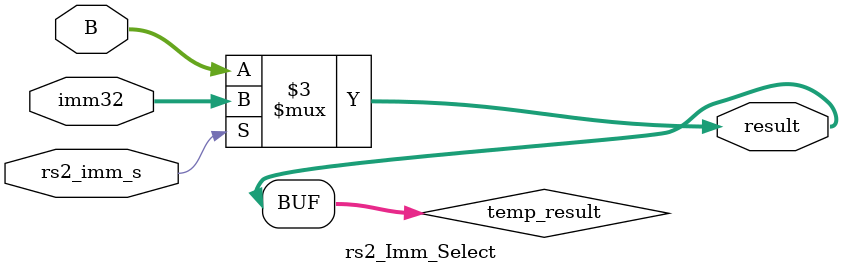
<source format=v>
`timescale 1ns / 1ps

module rs2_Imm_Select(
    input rs2_imm_s,
    input [31:0] B,
    input [31:0] imm32,
    output [31:0] result
    );
    
    reg [31:0] temp_result;
    always@(*)begin
        if(rs2_imm_s)begin
            temp_result <= imm32;
        end else begin
            temp_result <= B;
        end
    end
    assign result = temp_result;
endmodule




</source>
